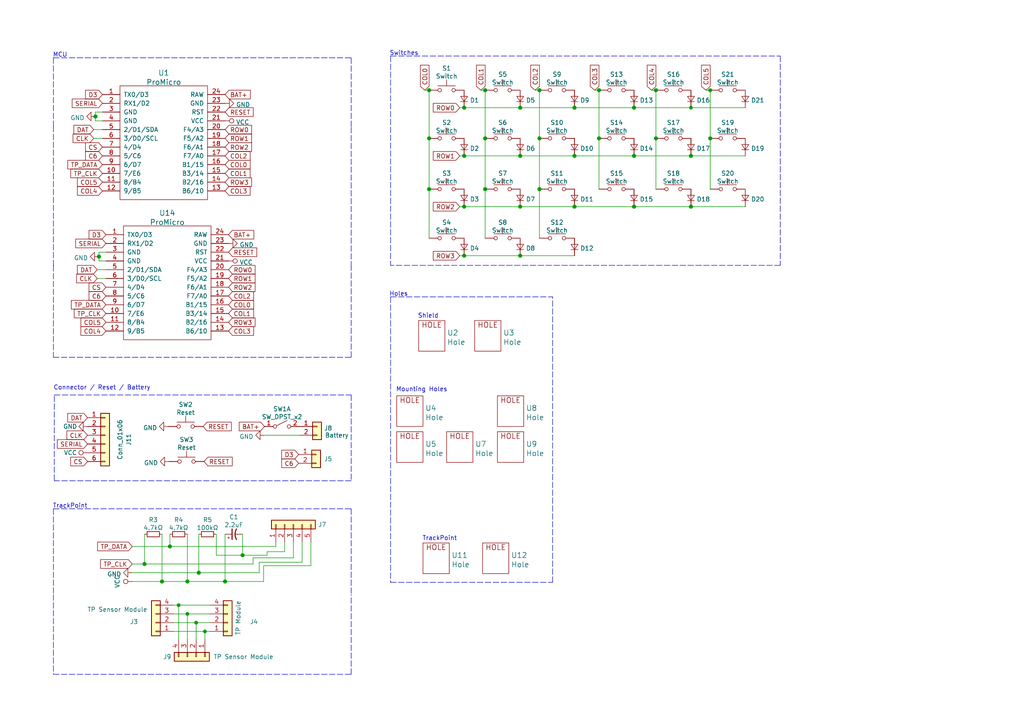
<source format=kicad_sch>
(kicad_sch (version 20211123) (generator eeschema)
  (paper "A4")
  (title_block (title "TPS42 Split Keyboard") (date "2021-11-13") (rev "${Revision}"))
  (junction (at 166.624 31.242) (diameter 1.016))
  (junction (at 59.436 183.134))
  (junction (at 166.624 59.944) (diameter 1.016))
  (junction (at 57.658 166.116) (diameter 1.016))
  (junction (at 183.896 31.242) (diameter 1.016))
  (junction (at 51.816 175.514))
  (junction (at 188.722 262.128))
  (junction (at 140.716 26.162) (diameter 1.016))
  (junction (at 166.624 45.212) (diameter 1.016))
  (junction (at 173.736 26.162) (diameter 1.016))
  (junction (at 70.358 161.036) (diameter 1.016))
  (junction (at 150.876 31.242) (diameter 1.016))
  (junction (at 49.276 158.496) (diameter 1.016))
  (junction (at 124.46 40.132) (diameter 1.016))
  (junction (at 28.702 74.422) (diameter 1.016))
  (junction (at 56.896 180.594))
  (junction (at 156.464 40.132) (diameter 1.016))
  (junction (at 46.99 168.656) (diameter 1.016))
  (junction (at 205.994 40.132) (diameter 1.016))
  (junction (at 41.91 163.576) (diameter 1.016))
  (junction (at 54.356 168.656) (diameter 1.016))
  (junction (at 124.46 26.162) (diameter 1.016))
  (junction (at 183.896 59.944) (diameter 1.016))
  (junction (at 54.356 178.054))
  (junction (at 27.686 33.782) (diameter 1.016))
  (junction (at 156.464 54.864) (diameter 1.016))
  (junction (at 65.278 168.656) (diameter 1.016))
  (junction (at 200.406 59.944) (diameter 1.016))
  (junction (at 191.262 263.144))
  (junction (at 200.406 45.212) (diameter 1.016))
  (junction (at 150.876 74.168) (diameter 1.016))
  (junction (at 173.736 40.132) (diameter 1.016))
  (junction (at 205.9592 26.162))
  (junction (at 134.62 74.168) (diameter 1.016))
  (junction (at 94.742 237.236) (diameter 1.016))
  (junction (at 134.62 31.242) (diameter 1.016))
  (junction (at 140.716 54.864) (diameter 1.016))
  (junction (at 190.246 40.132) (diameter 1.016))
  (junction (at 150.876 59.944) (diameter 1.016))
  (junction (at 205.994 26.162))
  (junction (at 107.95 239.776) (diameter 1.016))
  (junction (at 156.464 26.162) (diameter 1.016))
  (junction (at 140.716 40.132) (diameter 1.016))
  (junction (at 134.62 59.944) (diameter 1.016))
  (junction (at 190.246 26.162) (diameter 1.016))
  (junction (at 124.46 54.864) (diameter 1.016))
  (junction (at 150.876 45.212) (diameter 1.016))
  (junction (at 134.62 45.212) (diameter 1.016))
  (junction (at 200.406 31.242))
  (junction (at 183.896 45.212) (diameter 1.016))
  (no_connect (at 45.72 274.574))
  (no_connect (at 184.912 249.428))
  (no_connect (at 189.992 249.428))
  (no_connect (at 163.576 263.144))
  (no_connect (at 172.212 249.428))
  (no_connect (at 187.452 249.428))
  (no_connect (at 45.72 282.194))
  (wire (pts (xy 60.96 175.514) (xy 51.816 175.514)))
  (wire (pts (xy 56.896 180.594) (xy 50.292 180.594)))
  (wire (pts (xy 140.716 54.864) (xy 140.716 69.088)))
  (wire (pts (xy 28.702 75.692) (xy 28.702 74.422)))
  (wire (pts (xy 38.354 158.496) (xy 49.276 158.496)))
  (polyline (pts (xy 15.494 195.58) (xy 101.854 195.58)))
  (wire (pts (xy 107.95 237.49) (xy 107.95 239.776)))
  (wire (pts (xy 57.658 166.116) (xy 75.184 166.116)))
  (wire (pts (xy 51.816 175.514) (xy 50.292 175.514)))
  (wire (pts (xy 191.262 263.144) (xy 191.262 264.668)))
  (wire (pts (xy 62.738 161.036) (xy 70.358 161.036)))
  (wire (pts (xy 182.372 249.428) (xy 182.372 251.968)))
  (polyline (pts (xy 15.748 114.554) (xy 101.854 114.554)))
  (wire (pts (xy 156.464 54.864) (xy 156.464 69.088)))
  (wire (pts (xy 205.994 40.132) (xy 205.994 54.864)))
  (wire (pts (xy 200.406 31.242) (xy 216.154 31.242)))
  (wire (pts (xy 168.656 262.128) (xy 188.722 262.128)))
  (wire (pts (xy 29.718 32.512) (xy 27.686 32.512)))
  (wire (pts (xy 49.276 158.496) (xy 80.01 158.496)))
  (wire (pts (xy 49.276 154.94) (xy 49.276 158.496)))
  (wire (pts (xy 133.35 59.944) (xy 134.62 59.944)))
  (polyline (pts (xy 101.854 77.47) (xy 101.854 36.576)) (stroke (width 0) (type dash)))
  (wire (pts (xy 205.9592 26.162) (xy 205.994 26.162)))
  (polyline (pts (xy 158.242 288.29) (xy 208.788 288.29)) (stroke (width 0) (type dash)))
  (wire (pts (xy 166.624 31.242) (xy 183.896 31.242)))
  (wire (pts (xy 53.34 289.814) (xy 45.72 289.814)))
  (wire (pts (xy 113.538 275.082) (xy 115.57 275.082)))
  (wire (pts (xy 60.96 180.594) (xy 56.896 180.594)))
  (wire (pts (xy 174.752 249.428) (xy 174.752 255.27)))
  (wire (pts (xy 179.832 260.858) (xy 179.832 249.428)))
  (wire (pts (xy 75.184 166.116) (xy 75.184 163.068)))
  (polyline (pts (xy 113.284 86.106) (xy 113.284 168.91)) (stroke (width 0) (type dash)))
  (polyline (pts (xy 113.284 86.106) (xy 160.274 86.106)) (stroke (width 0) (type dash)))
  (polyline (pts (xy 113.284 168.91) (xy 160.274 168.91)) (stroke (width 0) (type dash)))
  (polyline (pts (xy 160.274 168.91) (xy 160.274 86.106)) (stroke (width 0) (type dash)))
  (wire (pts (xy 186.182 253.492) (xy 186.182 264.668)))
  (wire (pts (xy 172.466 263.144) (xy 191.262 263.144)))
  (polyline (pts (xy 101.854 139.446) (xy 15.748 139.446)))
  (wire (pts (xy 57.404 234.696) (xy 81.788 234.696)))
  (wire (pts (xy 27.686 32.512) (xy 27.686 33.782)))
  (wire (pts (xy 156.464 26.162) (xy 156.464 40.132)))
  (polyline (pts (xy 158.242 247.396) (xy 158.242 288.29)) (stroke (width 0) (type dash)))
  (wire (pts (xy 94.742 237.236) (xy 94.742 244.856)))
  (wire (pts (xy 54.356 178.054) (xy 54.356 185.42)))
  (wire (pts (xy 168.656 263.144) (xy 168.656 262.128)))
  (polyline (pts (xy 101.854 16.764) (xy 101.854 36.83)) (stroke (width 0) (type dash)))
  (wire (pts (xy 53.34 292.354) (xy 45.72 292.354)))
  (wire (pts (xy 62.738 154.94) (xy 62.738 161.036)))
  (wire (pts (xy 73.406 161.798) (xy 85.09 161.798)))
  (polyline (pts (xy 15.494 172.466) (xy 15.494 195.58)))
  (wire (pts (xy 81.788 234.696) (xy 81.788 244.856)))
  (polyline (pts (xy 113.284 16.256) (xy 226.314 16.256)) (stroke (width 0) (type dash)))
  (wire (pts (xy 150.876 74.168) (xy 166.624 74.168)))
  (wire (pts (xy 77.47 160.02) (xy 82.55 160.02)))
  (polyline (pts (xy 101.854 147.574) (xy 101.854 172.466)) (stroke (width 0) (type dash)))
  (wire (pts (xy 28.194 80.772) (xy 30.734 80.772)))
  (polyline (pts (xy 158.242 231.648) (xy 158.242 247.396)) (stroke (width 0) (type dash)))
  (wire (pts (xy 29.718 35.052) (xy 27.686 35.052)))
  (polyline (pts (xy 15.494 147.574) (xy 15.494 172.466)) (stroke (width 0) (type dash)))
  (wire (pts (xy 59.436 183.134) (xy 59.436 185.42)))
  (wire (pts (xy 65.278 154.94) (xy 65.278 168.656)))
  (wire (pts (xy 172.466 26.162) (xy 173.736 26.162)))
  (wire (pts (xy 124.46 40.132) (xy 124.46 54.864)))
  (wire (pts (xy 46.99 154.94) (xy 46.99 168.656)))
  (polyline (pts (xy 15.494 16.764) (xy 101.854 16.764)) (stroke (width 0) (type dash)))
  (wire (pts (xy 41.91 163.576) (xy 73.406 163.576)))
  (wire (pts (xy 80.01 157.226) (xy 80.01 158.496)))
  (wire (pts (xy 150.876 59.944) (xy 166.624 59.944)))
  (wire (pts (xy 85.09 157.226) (xy 85.09 161.798)))
  (wire (pts (xy 53.34 272.034) (xy 45.72 272.034)))
  (wire (pts (xy 134.62 45.212) (xy 150.876 45.212)))
  (wire (pts (xy 38.354 163.576) (xy 41.91 163.576)))
  (wire (pts (xy 183.896 31.242) (xy 200.406 31.242)))
  (wire (pts (xy 200.406 45.212) (xy 216.154 45.212)))
  (polyline (pts (xy 15.494 76.962) (xy 15.494 103.632)))
  (wire (pts (xy 134.62 59.944) (xy 150.876 59.944)))
  (wire (pts (xy 51.816 175.514) (xy 51.816 185.42)))
  (wire (pts (xy 90.17 157.226) (xy 90.17 164.084)))
  (wire (pts (xy 28.702 73.152) (xy 28.702 74.422)))
  (wire (pts (xy 166.624 59.944) (xy 183.896 59.944)))
  (polyline (pts (xy 15.494 103.632) (xy 101.854 103.632)))
  (polyline (pts (xy 101.854 195.58) (xy 101.854 172.466)))
  (wire (pts (xy 140.716 26.162) (xy 140.716 40.132)))
  (wire (pts (xy 183.896 45.212) (xy 200.406 45.212)))
  (wire (pts (xy 177.292 249.428) (xy 177.292 253.492)))
  (wire (pts (xy 57.658 154.94) (xy 57.658 166.116)))
  (wire (pts (xy 155.194 26.162) (xy 156.464 26.162)))
  (wire (pts (xy 77.47 161.036) (xy 77.47 160.02)))
  (wire (pts (xy 57.404 239.776) (xy 107.95 239.776)))
  (wire (pts (xy 38.354 166.116) (xy 57.658 166.116)))
  (wire (pts (xy 30.734 75.692) (xy 28.702 75.692)))
  (wire (pts (xy 190.246 26.162) (xy 190.246 40.132)))
  (wire (pts (xy 183.642 256.032) (xy 183.642 264.668)))
  (wire (pts (xy 124.46 26.162) (xy 124.46 40.132)))
  (wire (pts (xy 54.356 168.656) (xy 65.278 168.656)))
  (wire (pts (xy 166.624 45.212) (xy 183.896 45.212)))
  (wire (pts (xy 133.35 31.242) (xy 134.62 31.242)))
  (wire (pts (xy 46.99 168.656) (xy 54.356 168.656)))
  (wire (pts (xy 28.194 78.232) (xy 30.734 78.232)))
  (wire (pts (xy 150.876 31.242) (xy 166.624 31.242)))
  (polyline (pts (xy 15.494 147.574) (xy 101.854 147.574)) (stroke (width 0) (type dash)))
  (wire (pts (xy 76.708 126.238) (xy 86.868 126.238)))
  (polyline (pts (xy 15.494 16.764) (xy 15.494 36.576)) (stroke (width 0) (type dash)))
  (wire (pts (xy 60.96 178.054) (xy 54.356 178.054)))
  (wire (pts (xy 191.262 255.27) (xy 191.262 263.144)))
  (wire (pts (xy 87.63 157.226) (xy 87.63 163.068)))
  (wire (pts (xy 169.672 256.032) (xy 183.642 256.032)))
  (wire (pts (xy 57.404 247.396) (xy 67.31 247.396)))
  (wire (pts (xy 173.736 40.132) (xy 173.736 54.864)))
  (wire (pts (xy 182.372 251.968) (xy 188.722 251.968)))
  (polyline (pts (xy 15.748 114.808) (xy 15.748 139.446)))
  (polyline (pts (xy 101.854 114.554) (xy 101.854 139.446)))
  (polyline (pts (xy 226.314 76.962) (xy 113.284 76.962)) (stroke (width 0) (type dash)))
  (polyline (pts (xy 113.284 16.256) (xy 113.284 76.962)) (stroke (width 0) (type dash)))
  (wire (pts (xy 27.178 37.592) (xy 29.718 37.592)))
  (wire (pts (xy 76.454 168.656) (xy 76.454 164.084)))
  (wire (pts (xy 174.752 255.27) (xy 191.262 255.27)))
  (wire (pts (xy 183.896 59.944) (xy 200.406 59.944)))
  (wire (pts (xy 54.356 154.94) (xy 54.356 168.656)))
  (wire (pts (xy 205.486 247.65) (xy 205.486 245.618)))
  (wire (pts (xy 188.722 251.968) (xy 188.722 262.128)))
  (wire (pts (xy 134.62 74.168) (xy 150.876 74.168)))
  (wire (pts (xy 166.116 263.144) (xy 166.116 260.858)))
  (wire (pts (xy 53.34 284.734) (xy 45.72 284.734)))
  (polyline (pts (xy 158.242 231.648) (xy 208.788 231.648)) (stroke (width 0) (type dash)))
  (polyline (pts (xy 208.788 231.648) (xy 208.788 247.396)) (stroke (width 0) (type dash)))
  (wire (pts (xy 70.358 154.94) (xy 70.358 161.036)))
  (wire (pts (xy 123.19 26.162) (xy 124.46 26.162)))
  (wire (pts (xy 57.404 237.236) (xy 94.742 237.236)))
  (wire (pts (xy 30.734 73.152) (xy 28.702 73.152)))
  (wire (pts (xy 60.96 183.134) (xy 59.436 183.134)))
  (wire (pts (xy 124.46 54.864) (xy 124.46 69.088)))
  (wire (pts (xy 38.354 168.656) (xy 46.99 168.656)))
  (wire (pts (xy 205.486 272.542) (xy 205.486 270.51)))
  (wire (pts (xy 27.686 35.052) (xy 27.686 33.782)))
  (wire (pts (xy 169.672 249.428) (xy 169.672 256.032)))
  (wire (pts (xy 57.404 244.856) (xy 73.152 244.856)))
  (wire (pts (xy 56.896 180.594) (xy 56.896 185.42)))
  (wire (pts (xy 59.436 183.134) (xy 50.292 183.134)))
  (wire (pts (xy 190.246 40.132) (xy 190.246 54.864)))
  (wire (pts (xy 156.464 40.132) (xy 156.464 54.864)))
  (wire (pts (xy 94.742 235.712) (xy 94.742 237.236)))
  (wire (pts (xy 166.116 260.858) (xy 179.832 260.858)))
  (wire (pts (xy 75.184 163.068) (xy 87.63 163.068)))
  (wire (pts (xy 150.876 45.212) (xy 166.624 45.212)))
  (wire (pts (xy 204.724 26.162) (xy 205.9592 26.162)))
  (wire (pts (xy 140.716 40.132) (xy 140.716 54.864)))
  (wire (pts (xy 73.152 244.856) (xy 73.152 247.396)))
  (polyline (pts (xy 101.854 103.632) (xy 101.854 77.47)))
  (wire (pts (xy 134.62 31.242) (xy 150.876 31.242)))
  (wire (pts (xy 70.358 161.036) (xy 77.47 161.036)))
  (wire (pts (xy 54.356 178.054) (xy 50.292 178.054)))
  (wire (pts (xy 200.406 59.944) (xy 216.154 59.944)))
  (polyline (pts (xy 15.494 36.576) (xy 15.494 77.47)) (stroke (width 0) (type dash)))
  (wire (pts (xy 188.722 262.128) (xy 188.722 264.668)))
  (wire (pts (xy 73.406 163.576) (xy 73.406 161.798)))
  (wire (pts (xy 82.55 157.226) (xy 82.55 160.02)))
  (wire (pts (xy 177.292 253.492) (xy 186.182 253.492)))
  (wire (pts (xy 107.95 239.776) (xy 107.95 244.856)))
  (wire (pts (xy 27.178 40.132) (xy 29.718 40.132)))
  (wire (pts (xy 41.91 154.94) (xy 41.91 163.576)))
  (polyline (pts (xy 226.314 16.256) (xy 226.314 76.962)) (stroke (width 0) (type dash)))
  (wire (pts (xy 65.278 168.656) (xy 76.454 168.656)))
  (wire (pts (xy 53.594 277.114) (xy 45.72 277.114)))
  (wire (pts (xy 188.976 26.162) (xy 190.246 26.162)))
  (wire (pts (xy 76.454 164.084) (xy 90.17 164.084)))
  (wire (pts (xy 205.994 26.162) (xy 205.994 40.132)))
  (wire (pts (xy 133.35 74.168) (xy 134.62 74.168)))
  (wire (pts (xy 173.736 26.162) (xy 173.736 40.132)))
  (polyline (pts (xy 208.788 288.29) (xy 208.788 247.396)) (stroke (width 0) (type dash)))
  (wire (pts (xy 139.446 26.162) (xy 140.716 26.162)))
  (wire (pts (xy 133.35 45.212) (xy 134.62 45.212)))
  (text "OLED & TRRS" (at 170.942 231.648 180) (effects (font (size 1.27 1.27)) (justify right bottom)))
  (text "Holes" (at 118.364 86.106 180) (effects (font (size 1.27 1.27)) (justify right bottom)))
  (text "GND" (at 172.72 271.272 90) (effects (font (size 1.27 1.27)) (justify left bottom)))
  (text "VCC" (at 168.91 271.272 90) (effects (font (size 1.27 1.27)) (justify left bottom)))
  (text "TrackPoint" (at 132.588 156.972 180) (effects (font (size 1.27 1.27)) (justify right bottom)))
  (text "Connector / Reset / Battery" (at 43.688 113.284 180) (effects (font (size 1.27 1.27)) (justify right bottom)))
  (text "VCC" (at 189.992 275.336 90) (effects (font (size 1.27 1.27)) (justify left bottom)))
  (text "SCL" (at 187.452 275.336 90) (effects (font (size 1.27 1.27)) (justify left bottom)))
  (text "Shield" (at 127.254 92.456 180) (effects (font (size 1.27 1.27)) (justify right bottom)))
  (text "Serial" (at 166.37 273.05 90) (effects (font (size 1.27 1.27)) (justify left bottom)))
  (text "Mounting Holes" (at 129.794 113.792 180) (effects (font (size 1.27 1.27)) (justify right bottom)))
  (text "SDA" (at 184.912 275.336 90) (effects (font (size 1.27 1.27)) (justify left bottom)))
  (text "GND" (at 192.532 275.336 90) (effects (font (size 1.27 1.27)) (justify left bottom)))
  (text "Switches" (at 121.412 16.256 180) (effects (font (size 1.27 1.27)) (justify right bottom)))
  (text "TrackPoint" (at 25.4 147.574 180) (effects (font (size 1.27 1.27)) (justify right bottom)))
  (text "MCU\n" (at 19.558 16.764 180) (effects (font (size 1.27 1.27)) (justify right bottom)))
  (label "SCLK" (at 57.404 224.536 0))
  (label "SI" (at 57.404 227.076 0))
  (label "SI" (at 53.34 289.814 0))
  (label "EXTCOMIN" (at 57.404 232.156 0))
  (label "SCLK" (at 53.594 277.114 0))
  (label "EXTCOMIN" (at 53.34 284.734 0))
  (label "EXTMODE" (at 57.404 242.316 0))
  (label "SCS" (at 53.34 272.034 0))
  (label "EXTMODE" (at 113.538 275.082 180))
  (label "SCS" (at 57.404 229.616 0))
  (label "DISP" (at 53.34 292.354 0))
  (label "DISP" (at 57.404 234.696 0))
  (global_label "ROW3" (shape input) (at 133.35 74.168 180) (property "Intersheet References" "${INTERSHEET_REFS}" (effects hide)))
  (global_label "CS" (shape input) (at 29.718 42.672 180) (property "Intersheet References" "${INTERSHEET_REFS}" (effects hide)))
  (global_label "COL3" (shape input) (at 172.466 26.162 90) (property "Intersheet References" "${INTERSHEET_REFS}" (effects hide)))
  (global_label "SERIAL" (shape input) (at 29.718 29.972 180) (property "Intersheet References" "${INTERSHEET_REFS}" (effects hide)))
  (global_label "RESET" (shape input) (at 66.294 73.152 0) (property "Intersheet References" "${INTERSHEET_REFS}" (effects hide)))
  (global_label "COL4" (shape input) (at 188.976 26.162 90) (property "Intersheet References" "${INTERSHEET_REFS}" (effects hide)))
  (global_label "ROW0" (shape input) (at 65.278 37.592 0) (property "Intersheet References" "${INTERSHEET_REFS}" (effects hide)))
  (global_label "SERIAL" (shape input) (at 25.4 128.778 180) (property "Intersheet References" "${INTERSHEET_REFS}" (effects hide)))
  (global_label "C6" (shape input) (at 86.614 134.366 180) (property "Intersheet References" "${INTERSHEET_REFS}" (effects hide)))
  (global_label "COL5" (shape input) (at 204.724 26.162 90) (property "Intersheet References" "${INTERSHEET_REFS}" (effects hide)))
  (global_label "BAT+" (shape input) (at 66.294 68.072 0) (property "Intersheet References" "${INTERSHEET_REFS}" (effects hide)))
  (global_label "CS" (shape input) (at 30.734 83.312 180) (property "Intersheet References" "${INTERSHEET_REFS}" (effects hide)))
  (global_label "TP_CLK" (shape input) (at 29.718 50.292 180) (property "Intersheet References" "${INTERSHEET_REFS}" (effects hide)))
  (global_label "COL5" (shape input) (at 29.718 52.832 180) (property "Intersheet References" "${INTERSHEET_REFS}" (effects hide)))
  (global_label "TP_DATA" (shape input) (at 38.354 158.496 180) (property "Intersheet References" "${INTERSHEET_REFS}" (effects hide)))
  (global_label "DAT" (shape input) (at 27.178 37.592 180) (property "Intersheet References" "${INTERSHEET_REFS}" (effects hide)))
  (global_label "ROW0" (shape input) (at 133.35 31.242 180) (property "Intersheet References" "${INTERSHEET_REFS}" (effects hide)))
  (global_label "C6" (shape input) (at 29.718 45.212 180) (property "Intersheet References" "${INTERSHEET_REFS}" (effects hide)))
  (global_label "ROW3" (shape input) (at 65.278 52.832 0) (property "Intersheet References" "${INTERSHEET_REFS}" (effects hide)))
  (global_label "CLK" (shape input) (at 28.194 80.772 180) (property "Intersheet References" "${INTERSHEET_REFS}" (effects hide)))
  (global_label "BAT+" (shape input) (at 65.278 27.432 0) (property "Intersheet References" "${INTERSHEET_REFS}" (effects hide)))
  (global_label "D3" (shape input) (at 86.614 131.826 180) (property "Intersheet References" "${INTERSHEET_REFS}" (effects hide)))
  (global_label "TP_DATA" (shape input) (at 29.718 47.752 180) (property "Intersheet References" "${INTERSHEET_REFS}" (effects hide)))
  (global_label "TP_CLK" (shape input) (at 30.734 90.932 180) (property "Intersheet References" "${INTERSHEET_REFS}" (effects hide)))
  (global_label "COL1" (shape input) (at 65.278 50.292 0) (property "Intersheet References" "${INTERSHEET_REFS}" (effects hide)))
  (global_label "DAT" (shape input) (at 25.4 121.158 180) (property "Intersheet References" "${INTERSHEET_REFS}" (effects hide)))
  (global_label "ROW2" (shape input) (at 65.278 42.672 0) (property "Intersheet References" "${INTERSHEET_REFS}" (effects hide)))
  (global_label "DAT" (shape input) (at 205.486 240.538 90) (property "Intersheet References" "${INTERSHEET_REFS}" (effects hide)))
  (global_label "ROW2" (shape input) (at 66.294 83.312 0) (property "Intersheet References" "${INTERSHEET_REFS}" (effects hide)))
  (global_label "COL0" (shape input) (at 123.19 26.162 90) (property "Intersheet References" "${INTERSHEET_REFS}" (effects hide)))
  (global_label "CLK" (shape input) (at 27.178 40.132 180) (property "Intersheet References" "${INTERSHEET_REFS}" (effects hide)))
  (global_label "COL5" (shape input) (at 30.734 93.472 180) (property "Intersheet References" "${INTERSHEET_REFS}" (effects hide)))
  (global_label "D3" (shape input) (at 30.734 68.072 180) (property "Intersheet References" "${INTERSHEET_REFS}" (effects hide)))
  (global_label "ROW1" (shape input) (at 65.278 40.132 0) (property "Intersheet References" "${INTERSHEET_REFS}" (effects hide)))
  (global_label "COL1" (shape input) (at 66.294 90.932 0) (property "Intersheet References" "${INTERSHEET_REFS}" (effects hide)))
  (global_label "TP_CLK" (shape input) (at 38.354 163.576 180) (property "Intersheet References" "${INTERSHEET_REFS}" (effects hide)))
  (global_label "ROW1" (shape input) (at 66.294 80.772 0) (property "Intersheet References" "${INTERSHEET_REFS}" (effects hide)))
  (global_label "DAT" (shape input) (at 28.194 78.232 180) (property "Intersheet References" "${INTERSHEET_REFS}" (effects hide)))
  (global_label "ROW1" (shape input) (at 133.35 45.212 180) (property "Intersheet References" "${INTERSHEET_REFS}" (effects hide)))
  (global_label "COL4" (shape input) (at 29.718 55.372 180) (property "Intersheet References" "${INTERSHEET_REFS}" (effects hide)))
  (global_label "CLK" (shape input) (at 25.4 126.238 180) (property "Intersheet References" "${INTERSHEET_REFS}" (effects hide)))
  (global_label "D3" (shape input) (at 29.718 27.432 180) (property "Intersheet References" "${INTERSHEET_REFS}" (effects hide)))
  (global_label "COL0" (shape input) (at 65.278 47.752 0) (property "Intersheet References" "${INTERSHEET_REFS}" (effects hide)))
  (global_label "COL4" (shape input) (at 30.734 96.012 180) (property "Intersheet References" "${INTERSHEET_REFS}" (effects hide)))
  (global_label "ROW0" (shape input) (at 66.294 78.232 0) (property "Intersheet References" "${INTERSHEET_REFS}" (effects hide)))
  (global_label "RESET" (shape input) (at 59.182 133.858 0) (property "Intersheet References" "${INTERSHEET_REFS}" (effects hide)))
  (global_label "COL3" (shape input) (at 66.294 96.012 0) (property "Intersheet References" "${INTERSHEET_REFS}" (effects hide)))
  (global_label "C6" (shape input) (at 30.734 85.852 180) (property "Intersheet References" "${INTERSHEET_REFS}" (effects hide)))
  (global_label "COL2" (shape input) (at 155.194 26.162 90) (property "Intersheet References" "${INTERSHEET_REFS}" (effects hide)))
  (global_label "COL1" (shape input) (at 139.446 26.162 90) (property "Intersheet References" "${INTERSHEET_REFS}" (effects hide)))
  (global_label "CLK" (shape input) (at 205.486 265.43 90) (property "Intersheet References" "${INTERSHEET_REFS}" (effects hide)))
  (global_label "SERIAL" (shape input) (at 30.734 70.612 180) (property "Intersheet References" "${INTERSHEET_REFS}" (effects hide)))
  (global_label "COL2" (shape input) (at 66.294 85.852 0) (property "Intersheet References" "${INTERSHEET_REFS}" (effects hide)))
  (global_label "COL2" (shape input) (at 65.278 45.212 0) (property "Intersheet References" "${INTERSHEET_REFS}" (effects hide)))
  (global_label "COL0" (shape input) (at 66.294 88.392 0) (property "Intersheet References" "${INTERSHEET_REFS}" (effects hide)))
  (global_label "ROW2" (shape input) (at 133.35 59.944 180) (property "Intersheet References" "${INTERSHEET_REFS}" (effects hide)))
  (global_label "ROW3" (shape input) (at 66.294 93.472 0) (property "Intersheet References" "${INTERSHEET_REFS}" (effects hide)))
  (global_label "COL3" (shape input) (at 65.278 55.372 0) (property "Intersheet References" "${INTERSHEET_REFS}" (effects hide)))
  (global_label "RESET" (shape input) (at 65.278 32.512 0) (property "Intersheet References" "${INTERSHEET_REFS}" (effects hide)))
  (global_label "RESET" (shape input) (at 58.928 123.698 0) (property "Intersheet References" "${INTERSHEET_REFS}" (effects hide)))
  (global_label "BAT+" (shape input) (at 76.708 123.698 180) (property "Intersheet References" "${INTERSHEET_REFS}" (effects hide)))
  (global_label "CS" (shape input) (at 25.4 133.858 180) (property "Intersheet References" "${INTERSHEET_REFS}" (effects hide)))
  (global_label "TP_DATA" (shape input) (at 30.734 88.392 180) (property "Intersheet References" "${INTERSHEET_REFS}" (effects hide)))
  (symbol (lib_id "Device:D_Small") (at 183.896 57.404 90) (unit 1)
    (property "Reference" "D15" (at 185.5471 57.7925 90) (effects (justify right)))
    (property "Value" "D_Small" (effects hide))
    (property "Footprint" "TPS42:D_SOD-323_HandSoldering_Reversable" (effects hide))
  )
  (symbol (lib_id "Device:R_Small") (at 51.816 154.94 270) (unit 1)
    (property "Reference" "R4" (at 51.816 150.7702 90))
    (property "Value" "4.7kΩ" (at 51.816 153.0689 90))
    (property "Footprint" "TPS42:R_0603_1608Metric_Pad0.98x0.95mm_HandSolder_Reversable" (effects hide))
  )
  (symbol (lib_id "TPS42:Hole") (at 126.492 162.56 0) (unit 1)
    (property "Reference" "U11" (at 130.9371 161.0374 0) (effects (font (size 1.524 1.524)) (justify left)))
    (property "Value" "Hole" (at 130.9371 163.745 0) (effects (font (size 1.524 1.524)) (justify left)))
    (property "Footprint" "TPS42:TPSensorModule" (effects hide))
  )
  (symbol (lib_id "Switch:SW_Push") (at 54.102 133.858 0) (unit 1)
    (property "Reference" "SW3" (at 54.102 127.5038 0))
    (property "Value" "Reset" (at 54.102 129.8025 0))
    (property "Footprint" "TPS42:SMD-SW-4_5.1x5.1x2.5" (effects hide))
  )
  (symbol (lib_id "power:VCC") (at 38.354 168.656 90) (unit 1)
    (property "Reference" "#PWR04" (effects hide))
    (property "Value" "VCC" (at 34.0296 168.656 0))
  )
  (symbol (lib_id "Connector_Generic:Conn_01x04") (at 186.182 269.748 90) (mirror x) (unit 1)
    (property "Reference" "J6" (at 181.864 269.748 90) (effects (justify left)))
    (property "Value" "OLED" (at 198.12 269.748 90) (effects (justify left)))
    (property "Footprint" "TPS42:OLED" (effects hide))
  )
  (symbol (lib_id "Switch:SW_Push") (at 161.544 26.162 0) (unit 1)
    (property "Reference" "S9" (at 161.544 21.5858 0))
    (property "Value" "Switch" (at 161.544 23.8845 0))
    (property "Footprint" "TPS42:Kailh_socket_PG1350_optional_reversible.kicad_mod" (effects hide))
  )
  (symbol (lib_id "Switch:SW_Push") (at 129.54 40.132 0) (unit 1)
    (property "Reference" "S2" (at 129.54 35.5558 0))
    (property "Value" "Switch" (at 129.54 37.8545 0))
    (property "Footprint" "TPS42:Kailh_socket_PG1350_optional_reversible.kicad_mod" (effects hide))
  )
  (symbol (lib_id "power:VCC") (at 25.4 131.318 90) (unit 1)
    (property "Reference" "#PWR0109" (effects hide))
    (property "Value" "VCC" (at 22.352 131.318 90) (effects (justify left)))
  )
  (symbol (lib_id "Switch:SW_Push") (at 145.796 54.864 0) (unit 1)
    (property "Reference" "S7" (at 145.796 50.2878 0))
    (property "Value" "Switch" (at 145.796 52.5865 0))
    (property "Footprint" "TPS42:Kailh_socket_PG1350_optional_reversible.kicad_mod" (effects hide))
  )
  (symbol (lib_id "Switch:SW_Push") (at 145.796 69.088 0) (unit 1)
    (property "Reference" "S8" (at 145.796 64.5118 0))
    (property "Value" "Switch" (at 145.796 66.8105 0))
    (property "Footprint" "TPS42:Kailh_socket_PG1350_optional_reversible.kicad_mod" (effects hide))
  )
  (symbol (lib_id "Connector_Generic:Conn_01x10") (at 52.324 234.696 0) (mirror y) (unit 1)
    (property "Reference" "J14" (at 54.356 253.1152 0))
    (property "Value" "FH12-10S-0.5SH" (at 54.102 250.8165 0))
    (property "Footprint" "Connector_FFC-FPC:Hirose_FH12-10S-0.5SH_1x10-1MP_P0.50mm_Horizontal" (effects hide))
    (property "LCSC" "C506791" (effects hide))
  )
  (symbol (lib_id "Device:Ferrite_Bead") (at 85.344 290.322 90) (unit 1)
    (property "Reference" "FB1" (at 85.344 284.2472 90))
    (property "Value" "Ferrite_Bead" (at 85.344 286.5459 90))
    (property "Footprint" "Resistor_SMD:R_0805_2012Metric_Pad1.20x1.40mm_HandSolder" (effects hide))
    (property "LCSC" "C1017" (effects hide))
  )
  (symbol (lib_id "power:GND") (at 76.708 126.238 270) (unit 1)
    (property "Reference" "#PWR0107" (effects hide))
    (property "Value" "GND" (at 73.533 126.6265 90) (effects (justify right)))
  )
  (symbol (lib_id "Switch:SW_Push") (at 195.326 26.162 0) (unit 1)
    (property "Reference" "S16" (at 195.326 21.5858 0))
    (property "Value" "Switch" (at 195.326 23.8845 0))
    (property "Footprint" "TPS42:Kailh_socket_PG1350_optional_reversible.kicad_mod" (effects hide))
  )
  (symbol (lib_id "power:GND") (at 38.354 166.116 270) (unit 1)
    (property "Reference" "#PWR03" (effects hide))
    (property "Value" "GND" (at 35.179 166.5045 90) (effects (justify right)))
  )
  (symbol (lib_id "power:GND") (at 73.152 247.396 0) (unit 1)
    (property "Reference" "#PWR06" (effects hide))
    (property "Value" "GND" (at 73.152 251.7204 0))
  )
  (symbol (lib_id "Connector_Generic:Conn_01x02") (at 91.948 123.698 0) (unit 1)
    (property "Reference" "J8" (at 93.9801 124.2071 0) (effects (justify left)))
    (property "Value" "Battery" (at 94.2341 126.2518 0) (effects (justify left)))
    (property "Footprint" "Connector_PinHeader_2.54mm:PinHeader_1x02_P2.54mm_Vertical" (effects hide))
  )
  (symbol (lib_id "power:GND") (at 27.686 33.782 270) (unit 1)
    (property "Reference" "#PWR011" (effects hide))
    (property "Value" "GND" (at 24.511 34.1705 90) (effects (justify right)))
  )
  (symbol (lib_id "Device:D_Small") (at 150.876 57.404 90) (unit 1)
    (property "Reference" "D7" (at 152.5271 57.7925 90) (effects (justify right)))
    (property "Value" "D_Small" (effects hide))
    (property "Footprint" "TPS42:D_SOD-323_HandSoldering_Reversable" (effects hide))
  )
  (symbol (lib_id "Connector_Generic:Conn_01x04") (at 66.04 180.594 0) (mirror x) (unit 1)
    (property "Reference" "J4" (at 73.66 180.34 0))
    (property "Value" "TP Module" (at 69.088 179.2055 90))
    (property "Footprint" "TPS42:TPSensorModule_Connector" (effects hide))
  )
  (symbol (lib_id "power:GND") (at 45.72 287.274 90) (unit 1)
    (property "Reference" "#PWR02" (effects hide))
    (property "Value" "GND" (at 48.6411 287.4085 90) (effects (justify right)))
  )
  (symbol (lib_id "power:GND") (at 28.702 74.422 270) (unit 1)
    (property "Reference" "#PWR0103" (effects hide))
    (property "Value" "GND" (at 25.527 74.8105 90) (effects (justify right)))
  )
  (symbol (lib_id "TPS42:Hole") (at 148.082 130.302 0) (unit 1)
    (property "Reference" "U9" (at 152.5271 128.7794 0) (effects (font (size 1.524 1.524)) (justify left)))
    (property "Value" "Hole" (at 152.5271 131.487 0) (effects (font (size 1.524 1.524)) (justify left)))
    (property "Footprint" "TPS42:HOLE_M2_TH" (effects hide))
  )
  (symbol (lib_id "Device:CP") (at 81.788 248.666 0) (unit 1)
    (property "Reference" "C2" (at 78.1051 244.6031 0) (effects (justify left)))
    (property "Value" "560pF/680pF" (at 85.7251 254.0138 90) (effects (justify left)))
    (property "Footprint" "TPS42:C_0603_1608Metric_Pad1.08x0.95mm_HandSolder_Reversable" (effects hide))
    (property "LCSC" "C1630" (effects hide))
  )
  (symbol (lib_id "Device:D_Small") (at 134.62 71.628 90) (unit 1)
    (property "Reference" "D4" (at 136.2711 72.0165 90) (effects (justify right)))
    (property "Value" "D_Small" (effects hide))
    (property "Footprint" "TPS42:D_SOD-323_HandSoldering_Reversable" (effects hide))
  )
  (symbol (lib_id "TPS42:Hole") (at 118.872 130.302 0) (unit 1)
    (property "Reference" "U5" (at 123.3171 128.7794 0) (effects (font (size 1.524 1.524)) (justify left)))
    (property "Value" "Hole" (at 123.3171 131.487 0) (effects (font (size 1.524 1.524)) (justify left)))
    (property "Footprint" "TPS42:HOLE_M2_TH" (effects hide))
  )
  (symbol (lib_id "Device:D_Small") (at 150.876 71.628 90) (unit 1)
    (property "Reference" "D8" (at 152.5271 72.0165 90) (effects (justify right)))
    (property "Value" "D_Small" (effects hide))
    (property "Footprint" "TPS42:D_SOD-323_HandSoldering_Reversable" (effects hide))
  )
  (symbol (lib_id "power:+3.3V") (at 120.65 275.082 270) (unit 1)
    (property "Reference" "#PWR018" (effects hide))
    (property "Value" "+3.3V" (at 123.8251 275.4705 90) (effects (justify left)))
  )
  (symbol (lib_id "power:GND") (at 65.278 29.972 90) (unit 1)
    (property "Reference" "#PWR0104" (effects hide))
    (property "Value" "GND" (at 68.4531 30.3605 90) (effects (justify right)))
  )
  (symbol (lib_id "Switch:SW_Push") (at 161.544 69.088 0) (unit 1)
    (property "Reference" "S12" (at 161.544 64.5118 0))
    (property "Value" "Switch" (at 161.544 66.8105 0))
    (property "Footprint" "TPS42:Kailh_socket_PG1350_optional_reversible.kicad_mod" (effects hide))
  )
  (symbol (lib_id "power:+3.3V") (at 45.72 279.654 270) (unit 1)
    (property "Reference" "#PWR01" (effects hide))
    (property "Value" "+3.3V" (at 48.6411 279.5345 90) (effects (justify left)))
  )
  (symbol (lib_id "Device:D_Small") (at 216.154 42.672 90) (unit 1)
    (property "Reference" "D19" (at 217.8051 43.0605 90) (effects (justify right)))
    (property "Value" "D_Small" (effects hide))
    (property "Footprint" "TPS42:D_SOD-323_HandSoldering_Reversable" (effects hide))
  )
  (symbol (lib_id "Switch:SW_DPST_x2") (at 81.788 123.698 0) (unit 1)
    (property "Reference" "SW1" (at 81.788 118.6138 0))
    (property "Value" "SW_DPST_x2" (at 81.788 120.9125 0))
    (property "Footprint" "TPS42:SW-TH_3P-L9.1-W3.5-P2.50-S3.20-A3" (effects hide))
  )
  (symbol (lib_id "Device:Ferrite_Bead") (at 85.598 277.368 90) (unit 1)
    (property "Reference" "FB2" (at 85.598 271.2932 90))
    (property "Value" "Ferrite_Bead" (at 85.598 273.5919 90))
    (property "Footprint" "Resistor_SMD:R_0805_2012Metric_Pad1.20x1.40mm_HandSolder" (effects hide))
    (property "LCSC" "C1017" (effects hide))
  )
  (symbol (lib_id "Switch:SW_Push") (at 178.816 26.162 0) (unit 1)
    (property "Reference" "S13" (at 178.816 21.5858 0))
    (property "Value" "Switch" (at 178.816 23.8845 0))
    (property "Footprint" "TPS42:Kailh_socket_PG1350_optional_reversible.kicad_mod" (effects hide))
  )
  (symbol (lib_id "Device:D_Small") (at 166.624 57.404 90) (unit 1)
    (property "Reference" "D11" (at 168.2751 57.7925 90) (effects (justify right)))
    (property "Value" "D_Small" (effects hide))
    (property "Footprint" "TPS42:D_SOD-323_HandSoldering_Reversable" (effects hide))
  )
  (symbol (lib_id "Switch:SW_Push") (at 211.074 54.864 0) (unit 1)
    (property "Reference" "S20" (at 211.074 50.2878 0))
    (property "Value" "Switch" (at 211.074 52.5865 0))
    (property "Footprint" "TPS42:Kailh_socket_PG1350_optional_reversible.kicad_mod" (effects hide))
  )
  (symbol (lib_id "Device:D_Small") (at 200.406 42.672 90) (unit 1)
    (property "Reference" "D17" (at 202.0571 43.0605 90) (effects (justify right)))
    (property "Value" "D_Small" (effects hide))
    (property "Footprint" "TPS42:D_SOD-323_HandSoldering_Reversable" (effects hide))
  )
  (symbol (lib_id "Device:D_Small") (at 166.624 28.702 90) (unit 1)
    (property "Reference" "D9" (at 168.2751 29.0905 90) (effects (justify right)))
    (property "Value" "D_Small" (effects hide))
    (property "Footprint" "TPS42:D_SOD-323_HandSoldering_Reversable" (effects hide))
  )
  (symbol (lib_id "TPS42:Hole") (at 133.35 130.302 0) (unit 1)
    (property "Reference" "U7" (at 137.7951 128.7794 0) (effects (font (size 1.524 1.524)) (justify left)))
    (property "Value" "Hole" (at 137.7951 131.487 0) (effects (font (size 1.524 1.524)) (justify left)))
    (property "Footprint" "TPS42:HOLE_M2_TH" (effects hide))
  )
  (symbol (lib_id "power:GND") (at 66.294 70.612 90) (unit 1)
    (property "Reference" "#PWR0101" (effects hide))
    (property "Value" "GND" (at 69.4691 71.0005 90) (effects (justify right)))
  )
  (symbol (lib_id "Connector_Generic:Conn_01x02") (at 91.694 131.826 0) (unit 1)
    (property "Reference" "J5" (at 93.98 133.0959 0) (effects (justify left)))
    (property "Value" "Conn_01x02" (effects hide))
    (property "Footprint" "Connector_PinHeader_2.54mm:PinHeader_1x02_P2.54mm_Vertical" (effects hide))
  )
  (symbol (lib_id "Device:D_Small") (at 200.406 28.702 90) (unit 1)
    (property "Reference" "D16" (at 202.0571 29.0905 90) (effects (justify right)))
    (property "Value" "D_Small" (effects hide))
    (property "Footprint" "TPS42:D_SOD-323_HandSoldering_Reversable" (effects hide))
  )
  (symbol (lib_id "Connector_Generic:Conn_01x04") (at 45.212 180.594 180) (unit 1)
    (property "Reference" "J3" (at 38.862 180.34 0))
    (property "Value" "TP Sensor Module" (at 34.036 176.784 0))
    (property "Footprint" "TPS42:TPSensorModule_Connector" (effects hide))
  )
  (symbol (lib_id "Device:R_Small") (at 60.198 154.94 270) (unit 1)
    (property "Reference" "R5" (at 60.198 150.7702 90))
    (property "Value" "100kΩ" (at 60.198 153.0689 90))
    (property "Footprint" "TPS42:R_0603_1608Metric_Pad0.98x0.95mm_HandSolder_Reversable" (effects hide))
  )
  (symbol (lib_id "power:VDDA") (at 94.742 235.712 0) (unit 1)
    (property "Reference" "#PWR014" (effects hide))
    (property "Value" "VDDA" (at 94.742 232.1646 0))
  )
  (symbol (lib_id "TPS42:MJ-4PP-9") (at 168.656 274.574 270) (mirror x) (unit 1)
    (property "Reference" "J1" (at 175.8992 275.717 0))
    (property "Value" "PJ-320A" (at 160.9005 274.701 0))
    (property "Footprint" "TPS42:MJ-4PP-9" (effects hide))
  )
  (symbol (lib_id "power:GNDA") (at 67.31 247.396 0) (unit 1)
    (property "Reference" "#PWR05" (effects hide))
    (property "Value" "GNDA" (at 67.31 251.7204 0))
  )
  (symbol (lib_id "Device:D_Small") (at 183.896 42.672 90) (unit 1)
    (property "Reference" "D14" (at 185.5471 43.0605 90) (effects (justify right)))
    (property "Value" "D_Small" (effects hide))
    (property "Footprint" "TPS42:D_SOD-323_HandSoldering_Reversable" (effects hide))
  )
  (symbol (lib_id "Switch:SW_Push") (at 195.326 40.132 0) (unit 1)
    (property "Reference" "S17" (at 195.326 35.5558 0))
    (property "Value" "Switch" (at 195.326 37.8545 0))
    (property "Footprint" "TPS42:Kailh_socket_PG1350_optional_reversible.kicad_mod" (effects hide))
  )
  (symbol (lib_id "Device:D_Small") (at 183.896 28.702 90) (unit 1)
    (property "Reference" "D13" (at 185.5471 29.0905 90) (effects (justify right)))
    (property "Value" "D_Small" (effects hide))
    (property "Footprint" "TPS42:D_SOD-323_HandSoldering_Reversable" (effects hide))
  )
  (symbol (lib_id "power:GNDA") (at 94.742 252.476 0) (unit 1)
    (property "Reference" "#PWR015" (effects hide))
    (property "Value" "GNDA" (at 94.742 256.8004 0))
  )
  (symbol (lib_id "TPS42:Hole") (at 148.082 119.888 0) (unit 1)
    (property "Reference" "U8" (at 152.5271 118.3654 0) (effects (font (size 1.524 1.524)) (justify left)))
    (property "Value" "Hole" (at 152.5271 121.073 0) (effects (font (size 1.524 1.524)) (justify left)))
    (property "Footprint" "TPS42:HOLE_M2_TH" (effects hide))
  )
  (symbol (lib_id "Device:D_Small") (at 150.876 28.702 90) (unit 1)
    (property "Reference" "D5" (at 152.5271 29.0905 90) (effects (justify right)))
    (property "Value" "D_Small" (effects hide))
    (property "Footprint" "TPS42:D_SOD-323_HandSoldering_Reversable" (effects hide))
  )
  (symbol (lib_id "Device:D_Small") (at 134.62 57.404 90) (unit 1)
    (property "Reference" "D3" (at 136.2711 57.7925 90) (effects (justify right)))
    (property "Value" "D_Small" (effects hide))
    (property "Footprint" "TPS42:D_SOD-323_HandSoldering_Reversable" (effects hide))
  )
  (symbol (lib_id "Device:D_Small") (at 134.62 42.672 90) (unit 1)
    (property "Reference" "D2" (at 136.2711 43.0605 90) (effects (justify right)))
    (property "Value" "D_Small" (effects hide))
    (property "Footprint" "TPS42:D_SOD-323_HandSoldering_Reversable" (effects hide))
  )
  (symbol (lib_id "Device:D_Small") (at 200.406 57.404 90) (unit 1)
    (property "Reference" "D18" (at 202.0571 57.7925 90) (effects (justify right)))
    (property "Value" "D_Small" (effects hide))
    (property "Footprint" "TPS42:D_SOD-323_HandSoldering_Reversable" (effects hide))
  )
  (symbol (lib_id "power:GND") (at 89.408 277.368 90) (unit 1)
    (property "Reference" "#PWR013" (effects hide))
    (property "Value" "GND" (at 92.5831 277.7565 90) (effects (justify right)))
  )
  (symbol (lib_id "Connector_Generic:Conn_01x09") (at 179.832 244.348 90) (unit 1)
    (property "Reference" "J13" (at 179.832 237.998 90))
    (property "Value" "Conn_01x09" (at 179.832 240.538 90))
    (property "Footprint" "TPS42:Connector_Reversable_3x3" (effects hide))
  )
  (symbol (lib_id "TPS42:ProMicro") (at 47.498 41.402 0) (unit 1)
    (property "Reference" "U1" (at 47.498 21.1279 0) (effects (font (size 1.524 1.524))))
    (property "Value" "ProMicro" (at 47.498 23.8355 0) (effects (font (size 1.524 1.524))))
    (property "Footprint" "TPS42:ProMicro_Flipped_v2_A" (effects hide))
  )
  (symbol (lib_id "Device:D_Small") (at 166.624 71.628 90) (unit 1)
    (property "Reference" "D12" (at 168.2751 72.0165 90) (effects (justify right)))
    (property "Value" "D_Small" (effects hide))
    (property "Footprint" "TPS42:D_SOD-323_HandSoldering_Reversable" (effects hide))
  )
  (symbol (lib_id "Switch:SW_Push") (at 211.074 40.132 0) (unit 1)
    (property "Reference" "S19" (at 211.074 35.5558 0))
    (property "Value" "Switch" (at 211.074 37.8545 0))
    (property "Footprint" "TPS42:Kailh_socket_PG1350_optional_reversible.kicad_mod" (effects hide))
  )
  (symbol (lib_id "Device:R_Small") (at 205.486 243.078 180) (unit 1)
    (property "Reference" "R2" (at 201.3162 243.078 90))
    (property "Value" "4.7kΩ" (at 203.6149 243.078 90))
    (property "Footprint" "TPS42:R_0603_1608Metric_Pad0.98x0.95mm_HandSolder_Reversable" (effects hide))
  )
  (symbol (lib_id "Connector_Generic:Conn_01x05") (at 85.09 152.146 90) (unit 1)
    (property "Reference" "J7" (at 93.472 152.146 90))
    (property "Value" "TrackPoint" (effects hide))
    (property "Footprint" "TPS42:TPModule" (effects hide))
  )
  (symbol (lib_id "Switch:SW_Push") (at 129.54 26.162 0) (unit 1)
    (property "Reference" "S1" (at 129.54 19.8078 0))
    (property "Value" "Switch" (at 129.54 22.1065 0))
    (property "Footprint" "TPS42:SW_PG1350_reversible" (effects hide))
  )
  (symbol (lib_id "power:+3.3V") (at 107.95 237.49 0) (unit 1)
    (property "Reference" "#PWR016" (effects hide))
    (property "Value" "+3.3V" (at 107.95 233.9426 0))
  )
  (symbol (lib_id "TPS42:ProMicro") (at 48.514 82.042 0) (unit 1)
    (property "Reference" "U14" (at 48.514 61.7679 0) (effects (font (size 1.524 1.524))))
    (property "Value" "ProMicro" (at 48.514 64.4755 0) (effects (font (size 1.524 1.524))))
    (property "Footprint" "TPS42:ProMicro_Flipped_v2_B" (effects hide))
  )
  (symbol (lib_id "Device:CP") (at 107.95 248.666 0) (unit 1)
    (property "Reference" "C4" (at 110.8711 247.9051 0) (effects (justify left)))
    (property "Value" "1uF" (at 110.8711 250.2038 0) (effects (justify left)))
    (property "Footprint" "TPS42:C_0603_1608Metric_Pad1.08x0.95mm_HandSolder_Reversable" (effects hide))
    (property "LCSC" "C15849" (effects hide))
  )
  (symbol (lib_id "power:VDDA") (at 81.534 290.322 90) (unit 1)
    (property "Reference" "#PWR07" (effects hide))
    (property "Value" "VDDA" (at 78.359 290.7105 90) (effects (justify left)))
  )
  (symbol (lib_id "TPS42:Hole") (at 143.764 162.56 0) (unit 1)
    (property "Reference" "U12" (at 148.2091 161.0374 0) (effects (font (size 1.524 1.524)) (justify left)))
    (property "Value" "Hole" (at 148.2091 163.745 0) (effects (font (size 1.524 1.524)) (justify left)))
    (property "Footprint" "TPS42:HOLE_M2_TH" (effects hide))
  )
  (symbol (lib_id "Device:D_Small") (at 166.624 42.672 90) (unit 1)
    (property "Reference" "D10" (at 168.2751 43.0605 90) (effects (justify right)))
    (property "Value" "D_Small" (effects hide))
    (property "Footprint" "TPS42:D_SOD-323_HandSoldering_Reversable" (effects hide))
  )
  (symbol (lib_id "power:+3.3V") (at 89.154 290.322 270) (unit 1)
    (property "Reference" "#PWR010" (effects hide))
    (property "Value" "+3.3V" (at 92.3291 290.7105 90) (effects (justify left)))
  )
  (symbol (lib_id "power:VCC") (at 205.486 247.65 180) (unit 1)
    (property "Reference" "#PWR0105" (effects hide))
    (property "Value" "VCC" (at 205.8745 250.8251 90) (effects (justify left)))
  )
  (symbol (lib_id "Device:D_Small") (at 150.876 42.672 90) (unit 1)
    (property "Reference" "D6" (at 152.5271 43.0605 90) (effects (justify right)))
    (property "Value" "D_Small" (effects hide))
    (property "Footprint" "TPS42:D_SOD-323_HandSoldering_Reversable" (effects hide))
  )
  (symbol (lib_id "power:VCC") (at 66.294 75.692 270) (unit 1)
    (property "Reference" "#PWR0102" (effects hide))
    (property "Value" "VCC" (at 69.4691 76.0805 90) (effects (justify left)))
  )
  (symbol (lib_id "TPS42:Hole") (at 125.222 98.044 0) (unit 1)
    (property "Reference" "U2" (at 129.6671 96.5214 0) (effects (font (size 1.524 1.524)) (justify left)))
    (property "Value" "Hole" (at 129.6671 99.229 0) (effects (font (size 1.524 1.524)) (justify left)))
    (property "Footprint" "TPS42:M2_HOLE_PCB" (effects hide))
  )
  (symbol (lib_id "TPS42:Hole") (at 118.872 119.888 0) (unit 1)
    (property "Reference" "U4" (at 123.3171 118.3654 0) (effects (font (size 1.524 1.524)) (justify left)))
    (property "Value" "Hole" (at 123.3171 121.073 0) (effects (font (size 1.524 1.524)) (justify left)))
    (property "Footprint" "TPS42:HOLE_M2_TH" (effects hide))
  )
  (symbol (lib_id "TPS42:Hole") (at 141.478 98.044 0) (unit 1)
    (property "Reference" "U3" (at 145.9231 96.5214 0) (effects (font (size 1.524 1.524)) (justify left)))
    (property "Value" "Hole" (at 145.9231 99.229 0) (effects (font (size 1.524 1.524)) (justify left)))
    (property "Footprint" "TPS42:M2_HOLE_PCB" (effects hide))
  )
  (symbol (lib_id "Device:R_Small") (at 118.11 275.082 270) (unit 1)
    (property "Reference" "R6" (at 118.11 270.9122 90))
    (property "Value" "10kΩ" (at 118.11 273.2109 90))
    (property "Footprint" "TPS42:R_0603_1608Metric_Pad0.98x0.95mm_HandSolder_Reversable" (effects hide))
    (property "LCSC" "C25804" (effects hide))
  )
  (symbol (lib_id "Switch:SW_Push") (at 53.848 123.698 0) (unit 1)
    (property "Reference" "SW2" (at 53.848 117.3438 0))
    (property "Value" "Reset" (at 53.848 119.6425 0))
    (property "Footprint" "TPS42:SMD-SW-4_5.1x5.1x2.5" (effects hide))
  )
  (symbol (lib_id "Connector_Generic:Conn_01x06") (at 30.48 126.238 0) (unit 1)
    (property "Reference" "J11" (at 37.338 127.508 90))
    (property "Value" "Conn_01x06" (at 34.798 127.508 90))
    (property "Footprint" "Connector_PinHeader_2.54mm:PinHeader_2x03_P2.54mm_Vertical" (effects hide))
  )
  (symbol (lib_id "Switch:SW_Push") (at 161.544 54.864 0) (unit 1)
    (property "Reference" "S11" (at 161.544 50.2878 0))
    (property "Value" "Switch" (at 161.544 52.5865 0))
    (property "Footprint" "TPS42:Kailh_socket_PG1350_optional_reversible.kicad_mod" (effects hide))
  )
  (symbol (lib_id "Switch:SW_Push") (at 145.796 26.162 0) (unit 1)
    (property "Reference" "S5" (at 145.796 21.5858 0))
    (property "Value" "Switch" (at 145.796 23.8845 0))
    (property "Footprint" "TPS42:Kailh_socket_PG1350_optional_reversible.kicad_mod" (effects hide))
  )
  (symbol (lib_id "Switch:SW_Push") (at 178.816 40.132 0) (unit 1)
    (property "Reference" "S14" (at 178.816 35.5558 0))
    (property "Value" "Switch" (at 178.816 37.8545 0))
    (property "Footprint" "TPS42:Kailh_socket_PG1350_optional_reversible.kicad_mod" (effects hide))
  )
  (symbol (lib_id "Device:CP1_Small") (at 67.818 154.94 90) (unit 1)
    (property "Reference" "C1" (at 67.818 149.9574 90))
    (property "Value" "2.2uF" (at 67.818 152.2561 90))
    (property "Footprint" "TPS42:C_0603_1608Metric_Pad1.08x0.95mm_HandSolder_Reversable" (effects hide))
  )
  (symbol (lib_id "Switch:SW_Push") (at 145.796 40.132 0) (unit 1)
    (property "Reference" "S6" (at 145.796 35.5558 0))
    (property "Value" "Switch" (at 145.796 37.8545 0))
    (property "Footprint" "TPS42:SW_PG1350_reversible" (effects hide))
  )
  (symbol (lib_id "Switch:SW_Push") (at 161.544 40.132 0) (unit 1)
    (property "Reference" "S10" (at 161.544 35.5558 0))
    (property "Value" "Switch" (at 161.544 37.8545 0))
    (property "Footprint" "TPS42:Kailh_socket_PG1350_optional_reversible.kicad_mod" (effects hide))
  )
  (symbol (lib_id "Switch:SW_Push") (at 195.326 54.864 0) (unit 1)
    (property "Reference" "S18" (at 195.326 50.2878 0))
    (property "Value" "Switch" (at 195.326 52.5865 0))
    (property "Footprint" "TPS42:Kailh_socket_PG1350_optional_reversible.kicad_mod" (effects hide))
  )
  (symbol (lib_id "Device:D_Small") (at 216.154 57.404 90) (unit 1)
    (property "Reference" "D20" (at 217.8051 57.7925 90) (effects (justify right)))
    (property "Value" "D_Small" (effects hide))
    (property "Footprint" "TPS42:D_SOD-323_HandSoldering_Reversable" (effects hide))
  )
  (symbol (lib_id "power:GND") (at 25.4 123.698 270) (unit 1)
    (property "Reference" "#PWR019" (effects hide))
    (property "Value" "GND" (at 18.288 123.698 90) (effects (justify left)))
  )
  (symbol (lib_id "power:VCC") (at 205.486 272.542 180) (unit 1)
    (property "Reference" "#PWR0106" (effects hide))
    (property "Value" "VCC" (at 205.8745 275.7171 90) (effects (justify left)))
  )
  (symbol (lib_id "Connector_Generic:Conn_01x09") (at 40.64 282.194 180) (unit 1)
    (property "Reference" "J2" (at 40.64 265.684 0))
    (property "Value" "Conn_01x09" (at 40.64 268.224 0))
    (property "Footprint" "TPS42:Connector_Reversable_3x3" (effects hide))
  )
  (symbol (lib_id "power:GND") (at 48.768 123.698 270) (unit 1)
    (property "Reference" "#PWR021" (effects hide))
    (property "Value" "GND" (at 45.593 124.0865 90) (effects (justify right)))
  )
  (symbol (lib_id "Switch:SW_Push") (at 129.54 54.864 0) (unit 1)
    (property "Reference" "S3" (at 129.54 50.2878 0))
    (property "Value" "Switch" (at 129.54 52.5865 0))
    (property "Footprint" "TPS42:Kailh_socket_PG1350_optional_reversible.kicad_mod" (effects hide))
  )
  (symbol (lib_id "Device:R_Small") (at 44.45 154.94 270) (unit 1)
    (property "Reference" "R3" (at 44.45 150.7702 90))
    (property "Value" "4.7kΩ" (at 44.45 153.0689 90))
    (property "Footprint" "TPS42:R_0603_1608Metric_Pad0.98x0.95mm_HandSolder_Reversable" (effects hide))
  )
  (symbol (lib_id "Device:CP") (at 94.742 248.666 0) (unit 1)
    (property "Reference" "C3" (at 97.6631 247.9051 0) (effects (justify left)))
    (property "Value" "1uF" (at 97.6631 250.2038 0) (effects (justify left)))
    (property "Footprint" "TPS42:C_0603_1608Metric_Pad1.08x0.95mm_HandSolder_Reversable" (effects hide))
    (property "LCSC" "C15849" (effects hide))
  )
  (symbol (lib_id "Connector_Generic:Conn_01x04") (at 56.896 190.5 270) (unit 1)
    (property "Reference" "J9" (at 48.514 190.5 90))
    (property "Value" "TP Sensor Module" (at 70.612 190.5 90))
    (property "Footprint" "TPS42:TPSensorModule_Connector" (effects hide))
  )
  (symbol (lib_id "Device:R_Small") (at 205.486 267.97 180) (unit 1)
    (property "Reference" "R1" (at 201.3162 267.97 90))
    (property "Value" "4.7kΩ" (at 203.6149 267.97 90))
    (property "Footprint" "TPS42:R_0603_1608Metric_Pad0.98x0.95mm_HandSolder_Reversable" (effects hide))
  )
  (symbol (lib_id "Switch:SW_Push") (at 211.074 26.162 0) (unit 1)
    (property "Reference" "S21" (at 211.074 21.5858 0))
    (property "Value" "Switch" (at 211.074 23.8845 0))
    (property "Footprint" "TPS42:Kailh_socket_PG1350_optional_reversible.kicad_mod" (effects hide))
  )
  (symbol (lib_id "power:VCC") (at 65.278 35.052 270) (unit 1)
    (property "Reference" "#PWR012" (effects hide))
    (property "Value" "VCC" (at 68.4531 35.4405 90) (effects (justify left)))
  )
  (symbol (lib_id "Device:D_Small") (at 134.62 28.702 90) (unit 1)
    (property "Reference" "D1" (at 136.2711 29.0905 90) (effects (justify right)))
    (property "Value" "D_Small" (effects hide))
    (property "Footprint" "TPS42:D_SOD-323_HandSoldering_Reversable" (effects hide))
  )
  (symbol (lib_id "power:GND") (at 107.95 252.476 0) (unit 1)
    (property "Reference" "#PWR017" (effects hide))
    (property "Value" "GND" (at 107.95 256.8004 0))
  )
  (symbol (lib_id "Device:D_Small") (at 216.154 28.702 90) (unit 1)
    (property "Reference" "D21" (at 217.8051 29.0905 90) (effects (justify right)))
    (property "Value" "D_Small" (effects hide))
    (property "Footprint" "TPS42:D_SOD-323_HandSoldering_Reversable" (effects hide))
  )
  (symbol (lib_id "Switch:SW_Push") (at 178.816 54.864 0) (unit 1)
    (property "Reference" "S15" (at 178.816 50.2878 0))
    (property "Value" "Switch" (at 178.816 52.5865 0))
    (property "Footprint" "TPS42:Kailh_socket_PG1350_optional_reversible.kicad_mod" (effects hide))
  )
  (symbol (lib_id "power:GNDA") (at 81.788 277.368 270) (unit 1)
    (property "Reference" "#PWR09" (effects hide))
    (property "Value" "GNDA" (at 78.6129 277.7565 90) (effects (justify right)))
  )
  (symbol (lib_id "power:GND") (at 49.022 133.858 270) (unit 1)
    (property "Reference" "#PWR0108" (effects hide))
    (property "Value" "GND" (at 45.847 134.2465 90) (effects (justify right)))
  )
  (symbol (lib_id "Switch:SW_Push") (at 129.54 69.088 0) (unit 1)
    (property "Reference" "S4" (at 129.54 64.5118 0))
    (property "Value" "Switch" (at 129.54 66.8105 0))
    (property "Footprint" "TPS42:Kailh_socket_PG1350_125_optional_reversible.kicad_mod" (effects hide))
  )
  (symbol (lib_id "power:GND") (at 81.788 252.476 0) (unit 1)
    (property "Reference" "#PWR08" (effects hide))
    (property "Value" "GND" (at 81.788 256.8004 0))
  )
)
</source>
